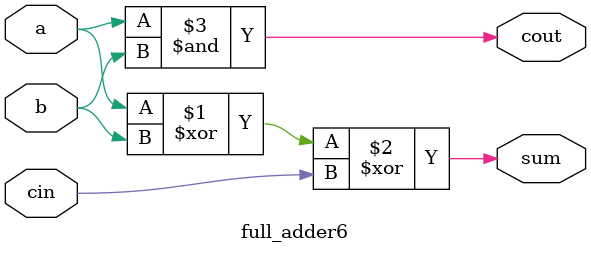
<source format=v>
module full_adder6(a,b,cin,sum,cout);
input a,b,cin;
output sum,cout;
assign sum = a^b^cin;
assign cout = a&b|1'b0; 
// initial begin
//     $display("The incorrect adder with and1 and or1 having out/0 and in2/0");
// end   
endmodule
</source>
